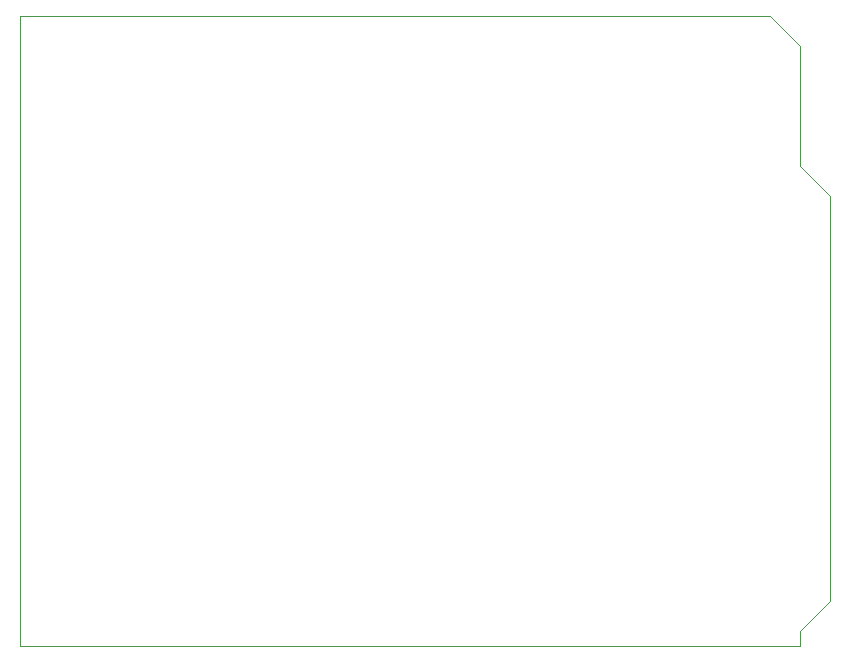
<source format=gbr>
%TF.GenerationSoftware,Altium Limited,Altium Designer,19.0.15 (446)*%
G04 Layer_Color=0*
%FSLAX25Y25*%
%MOIN*%
%TF.FileFunction,Profile,NP*%
%TF.Part,Single*%
G01*
G75*
%TA.AperFunction,Profile*%
%ADD104C,0.00100*%
D104*
X0Y0D02*
Y210000D01*
X250000D01*
X260000Y200000D01*
Y160000D01*
X270000Y150000D01*
Y15000D01*
X260000Y5000D01*
Y0D01*
X0D01*
%TF.MD5,ec9f559c32ead554742fad6e0fe33045*%
M02*

</source>
